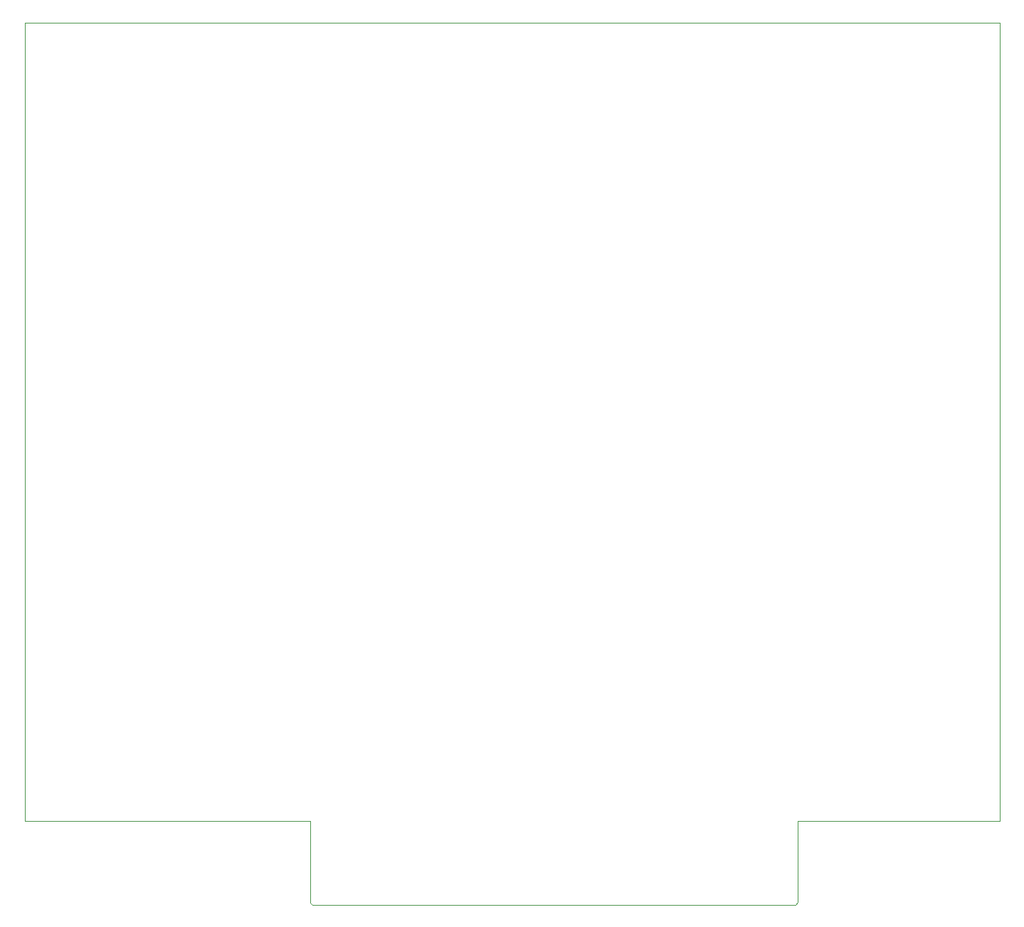
<source format=gbr>
G04 #@! TF.GenerationSoftware,KiCad,Pcbnew,(7.0.0-0)*
G04 #@! TF.CreationDate,2023-05-08T12:54:49+01:00*
G04 #@! TF.ProjectId,SFD700,53464437-3030-42e6-9b69-6361645f7063,rev?*
G04 #@! TF.SameCoordinates,Original*
G04 #@! TF.FileFunction,Profile,NP*
%FSLAX46Y46*%
G04 Gerber Fmt 4.6, Leading zero omitted, Abs format (unit mm)*
G04 Created by KiCad (PCBNEW (7.0.0-0)) date 2023-05-08 12:54:49*
%MOMM*%
%LPD*%
G01*
G04 APERTURE LIST*
G04 #@! TA.AperFunction,Profile*
%ADD10C,0.050000*%
G04 #@! TD*
G04 APERTURE END LIST*
D10*
X216000000Y-40000000D02*
X216000000Y-135000000D01*
X100000000Y-40000000D02*
X216000000Y-40000000D01*
X134000000Y-135000000D02*
X100000000Y-135000000D01*
X192000000Y-135000000D02*
X192000000Y-144700000D01*
X134200000Y-145000000D02*
X191700000Y-145000000D01*
X216000000Y-135000000D02*
X192000000Y-135000000D01*
X134000000Y-135000000D02*
X134000000Y-144800000D01*
X191700000Y-145000000D02*
X192000000Y-144700000D01*
X100000000Y-40000000D02*
X100000000Y-135000000D01*
X134000000Y-144800000D02*
X134200000Y-145000000D01*
M02*

</source>
